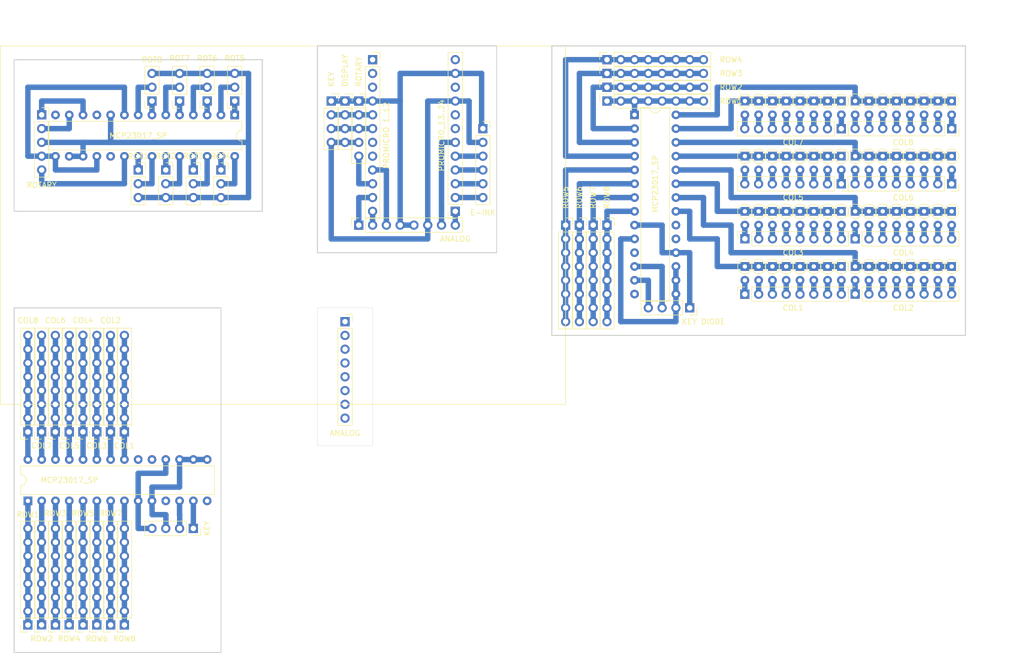
<source format=kicad_pcb>
(kicad_pcb (version 20211014) (generator pcbnew)

  (general
    (thickness 1.6)
  )

  (paper "A5")
  (title_block
    (title "CIMDIT")
    (date "2022-02-08")
    (rev "1.0")
    (comment 1 "@grumpydevelop@contentnation.net")
    (comment 2 "https://contentnation.net/en/grumpydevelop/cimdit_1")
  )

  (layers
    (0 "F.Cu" signal)
    (31 "B.Cu" signal)
    (32 "B.Adhes" user "B.Adhesive")
    (33 "F.Adhes" user "F.Adhesive")
    (34 "B.Paste" user)
    (35 "F.Paste" user)
    (36 "B.SilkS" user "B.Silkscreen")
    (37 "F.SilkS" user "F.Silkscreen")
    (38 "B.Mask" user)
    (39 "F.Mask" user)
    (40 "Dwgs.User" user "User.Drawings")
    (41 "Cmts.User" user "User.Comments")
    (42 "Eco1.User" user "User.Eco1")
    (43 "Eco2.User" user "User.Eco2")
    (44 "Edge.Cuts" user)
    (45 "Margin" user)
    (46 "B.CrtYd" user "B.Courtyard")
    (47 "F.CrtYd" user "F.Courtyard")
    (48 "B.Fab" user)
    (49 "F.Fab" user)
  )

  (setup
    (stackup
      (layer "F.SilkS" (type "Top Silk Screen"))
      (layer "F.Paste" (type "Top Solder Paste"))
      (layer "F.Mask" (type "Top Solder Mask") (thickness 0.01))
      (layer "F.Cu" (type "copper") (thickness 0.035))
      (layer "dielectric 1" (type "core") (thickness 1.51) (material "FR4") (epsilon_r 4.5) (loss_tangent 0.02))
      (layer "B.Cu" (type "copper") (thickness 0.035))
      (layer "B.Mask" (type "Bottom Solder Mask") (thickness 0.01))
      (layer "B.Paste" (type "Bottom Solder Paste"))
      (layer "B.SilkS" (type "Bottom Silk Screen"))
      (copper_finish "None")
      (dielectric_constraints no)
    )
    (pad_to_mask_clearance 0)
    (pcbplotparams
      (layerselection 0x00010fc_ffffffff)
      (disableapertmacros false)
      (usegerberextensions false)
      (usegerberattributes true)
      (usegerberadvancedattributes true)
      (creategerberjobfile true)
      (svguseinch false)
      (svgprecision 6)
      (excludeedgelayer true)
      (plotframeref false)
      (viasonmask false)
      (mode 1)
      (useauxorigin false)
      (hpglpennumber 1)
      (hpglpenspeed 20)
      (hpglpendiameter 15.000000)
      (dxfpolygonmode true)
      (dxfimperialunits true)
      (dxfusepcbnewfont true)
      (psnegative false)
      (psa4output false)
      (plotreference false)
      (plotvalue true)
      (plotinvisibletext false)
      (sketchpadsonfab false)
      (subtractmaskfromsilk false)
      (outputformat 5)
      (mirror false)
      (drillshape 2)
      (scaleselection 1)
      (outputdirectory "out/")
    )
  )

  (net 0 "")
  (net 1 "GND")
  (net 2 "+5V")
  (net 3 "/I2C_DATA")
  (net 4 "/I2C_CLOCK")
  (net 5 "unconnected-(U2-Pad11)")
  (net 6 "unconnected-(U2-Pad14)")
  (net 7 "unconnected-(U2-Pad19)")
  (net 8 "unconnected-(U2-Pad20)")
  (net 9 "/ANALOG_MUX2")
  (net 10 "/ANALOG_MUX1")
  (net 11 "/ANALOG_MUX0")
  (net 12 "/Rotary Encoder/I2C_CLOCK_ROT")
  (net 13 "/Rotary Encoder/I2C_DATA_ROT")
  (net 14 "/Rotary Encoder/GND_ROT")
  (net 15 "/Rotary Encoder/+5V_ROT")
  (net 16 "/Rotary Encoder/INT_ROT")
  (net 17 "Net-(DKD1-Pad1)")
  (net 18 "unconnected-(U3-Pad19)")
  (net 19 "/SCLK")
  (net 20 "/MISO")
  (net 21 "/INT")
  (net 22 "unconnected-(U3-Pad11)")
  (net 23 "unconnected-(U3-Pad14)")
  (net 24 "Net-(DKD10-Pad1)")
  (net 25 "Net-(DKD11-Pad1)")
  (net 26 "Net-(DKD12-Pad1)")
  (net 27 "Net-(DKD13-Pad1)")
  (net 28 "Net-(DKD14-Pad1)")
  (net 29 "Net-(DKD15-Pad1)")
  (net 30 "/EINK_SEL")
  (net 31 "/ANALOG_MUX3")
  (net 32 "/MOSI")
  (net 33 "/ANALOG_IN")
  (net 34 "Net-(DKD16-Pad1)")
  (net 35 "/KeyMatrix Ext Diodes/I2C_DATA_KEY")
  (net 36 "/KeyMatrix Ext Diodes/I2C_CLOCK_KEY")
  (net 37 "/KeyMatrix Ext Diodes/GND_KEY")
  (net 38 "/KeyMatrix Ext Diodes/+5V_KEY")
  (net 39 "/Analog Multiplexer/ANALOG_MUX1")
  (net 40 "/Analog Multiplexer/ANALOG_MUX2")
  (net 41 "/Analog Multiplexer/ANALOG_MUX0")
  (net 42 "/Analog Multiplexer/GND_ANALOG")
  (net 43 "/Analog Multiplexer/+5V_ANALOG")
  (net 44 "/Analog Multiplexer/ANALOG_ENABLE")
  (net 45 "/Analog Multiplexer/ANALOG_OUT")
  (net 46 "/Analog Multiplexer/ANALOG_MUX3")
  (net 47 "Net-(JD4-Pad1)")
  (net 48 "Net-(JK1-Pad1)")
  (net 49 "Net-(JK2-Pad1)")
  (net 50 "Net-(JK3-Pad1)")
  (net 51 "Net-(JK4-Pad1)")
  (net 52 "Net-(JK5-Pad1)")
  (net 53 "unconnected-(U4-Pad19)")
  (net 54 "unconnected-(U4-Pad20)")
  (net 55 "unconnected-(U4-Pad11)")
  (net 56 "unconnected-(U4-Pad14)")
  (net 57 "Net-(JK6-Pad1)")
  (net 58 "Net-(JK7-Pad1)")
  (net 59 "Net-(JK8-Pad1)")
  (net 60 "Net-(JK11-Pad1)")
  (net 61 "Net-(JK12-Pad1)")
  (net 62 "Net-(JK13-Pad1)")
  (net 63 "Net-(JK14-Pad1)")
  (net 64 "Net-(JK15-Pad1)")
  (net 65 "Net-(JK16-Pad1)")
  (net 66 "Net-(JK17-Pad1)")
  (net 67 "Net-(JK18-Pad1)")
  (net 68 "Net-(JKD1-Pad1)")
  (net 69 "Net-(JKD2-Pad1)")
  (net 70 "Net-(JKD3-Pad1)")
  (net 71 "Net-(JKD5-Pad1)")
  (net 72 "Net-(JKD6-Pad1)")
  (net 73 "Net-(JKD7-Pad1)")
  (net 74 "Net-(JKD8-Pad1)")
  (net 75 "Net-(JR1-Pad1)")
  (net 76 "Net-(JR1-Pad2)")
  (net 77 "Net-(JR2-Pad1)")
  (net 78 "Net-(JR2-Pad2)")
  (net 79 "/Key Matrix Diode/+5V_KEY")
  (net 80 "/Key Matrix Diode/GND_KEY")
  (net 81 "/Key Matrix Diode/I2C_CLOCK_KEY")
  (net 82 "/Key Matrix Diode/I2C_DATA_KEY")
  (net 83 "Net-(DKD1-Pad2)")
  (net 84 "Net-(DKD9-Pad2)")
  (net 85 "Net-(DKD2-Pad2)")
  (net 86 "Net-(DKD10-Pad2)")
  (net 87 "Net-(DKD3-Pad2)")
  (net 88 "Net-(DKD11-Pad2)")
  (net 89 "Net-(DKD4-Pad2)")
  (net 90 "Net-(DKD12-Pad2)")
  (net 91 "Net-(DKD5-Pad2)")
  (net 92 "Net-(DKD13-Pad2)")
  (net 93 "Net-(DKD6-Pad2)")
  (net 94 "Net-(DKD14-Pad2)")
  (net 95 "Net-(DKD7-Pad2)")
  (net 96 "Net-(DKD15-Pad2)")
  (net 97 "Net-(DKD8-Pad2)")
  (net 98 "Net-(DKD16-Pad2)")
  (net 99 "Net-(JR5-Pad1)")
  (net 100 "Net-(JR5-Pad2)")
  (net 101 "Net-(JR3-Pad1)")
  (net 102 "Net-(JR3-Pad2)")
  (net 103 "Net-(DKD17-Pad2)")
  (net 104 "Net-(DKD18-Pad2)")
  (net 105 "Net-(DKD19-Pad2)")
  (net 106 "Net-(DKD20-Pad2)")
  (net 107 "Net-(DKD21-Pad2)")
  (net 108 "Net-(DKD22-Pad2)")
  (net 109 "Net-(DKD23-Pad2)")
  (net 110 "Net-(DKD24-Pad2)")
  (net 111 "Net-(DKD25-Pad2)")
  (net 112 "Net-(DKD26-Pad2)")
  (net 113 "Net-(DKD27-Pad2)")
  (net 114 "Net-(DKD28-Pad2)")
  (net 115 "Net-(DKD29-Pad2)")
  (net 116 "Net-(DKD30-Pad2)")
  (net 117 "Net-(DKD31-Pad2)")
  (net 118 "Net-(DKD32-Pad2)")
  (net 119 "Net-(DKD33-Pad2)")
  (net 120 "Net-(DKD34-Pad2)")
  (net 121 "Net-(DKD35-Pad2)")
  (net 122 "Net-(DKD36-Pad2)")
  (net 123 "Net-(DKD37-Pad2)")
  (net 124 "Net-(DKD38-Pad2)")
  (net 125 "Net-(DKD39-Pad2)")
  (net 126 "Net-(DKD40-Pad2)")
  (net 127 "Net-(DKD41-Pad2)")
  (net 128 "Net-(DKD42-Pad2)")
  (net 129 "Net-(DKD43-Pad2)")
  (net 130 "Net-(DKD44-Pad2)")
  (net 131 "Net-(DKD45-Pad2)")
  (net 132 "Net-(DKD46-Pad2)")
  (net 133 "Net-(DKD47-Pad2)")
  (net 134 "Net-(DKD48-Pad2)")
  (net 135 "Net-(DKD49-Pad2)")
  (net 136 "Net-(DKD50-Pad2)")
  (net 137 "Net-(DKD51-Pad2)")
  (net 138 "Net-(DKD52-Pad2)")
  (net 139 "Net-(DKD53-Pad2)")
  (net 140 "Net-(DKD54-Pad2)")
  (net 141 "Net-(DKD55-Pad2)")
  (net 142 "Net-(DKD56-Pad2)")
  (net 143 "Net-(DKD57-Pad2)")
  (net 144 "Net-(DKD58-Pad2)")
  (net 145 "Net-(DKD59-Pad2)")
  (net 146 "Net-(DKD60-Pad2)")
  (net 147 "Net-(DKD61-Pad2)")
  (net 148 "Net-(DKD62-Pad2)")
  (net 149 "Net-(DKD63-Pad2)")
  (net 150 "Net-(DKD64-Pad2)")
  (net 151 "Net-(JR4-Pad1)")
  (net 152 "Net-(JR4-Pad2)")
  (net 153 "Net-(JR6-Pad1)")
  (net 154 "Net-(JR6-Pad2)")
  (net 155 "Net-(JR7-Pad1)")
  (net 156 "Net-(JR7-Pad2)")
  (net 157 "Net-(JR8-Pad1)")
  (net 158 "Net-(JR8-Pad2)")
  (net 159 "unconnected-(J100-Pad1)")
  (net 160 "unconnected-(J100-Pad2)")
  (net 161 "unconnected-(J100-Pad3)")
  (net 162 "unconnected-(J100-Pad7)")
  (net 163 "unconnected-(J100-Pad8)")
  (net 164 "unconnected-(J101-Pad7)")
  (net 165 "unconnected-(J101-Pad8)")
  (net 166 "unconnected-(J101-Pad10)")
  (net 167 "unconnected-(J101-Pad12)")

  (footprint "Connector_PinSocket_2.54mm:PinSocket_1x04_P2.54mm_Vertical" (layer "F.Cu") (at 45.72 111.76 -90))

  (footprint "Connector_PinSocket_2.54mm:PinSocket_1x04_P2.54mm_Vertical" (layer "F.Cu") (at 137.16 71.12 -90))

  (footprint "Connector_PinSocket_2.54mm:PinSocket_1x08_P2.54mm_Vertical" (layer "F.Cu") (at 76.2 55.88 90))

  (footprint "Connector_PinSocket_2.54mm:PinSocket_1x06_P2.54mm_Vertical" (layer "F.Cu") (at 99.06 38.1))

  (footprint "Connector_PinSocket_2.54mm:PinSocket_1x04_P2.54mm_Vertical" (layer "F.Cu") (at 71.12 33.02))

  (footprint "Connector_PinSocket_2.54mm:PinSocket_1x05_P2.54mm_Vertical" (layer "F.Cu") (at 76.2 33.02))

  (footprint "Connector_PinSocket_2.54mm:PinSocket_1x04_P2.54mm_Vertical" (layer "F.Cu") (at 73.66 33.02))

  (footprint "Diode_THT:D_DO-35_SOD27_P2.54mm_Vertical_AnodeUp" (layer "F.Cu") (at 149.86 43.18 -90))

  (footprint "Connector_PinSocket_2.54mm:PinSocket_1x08_P2.54mm_Vertical" (layer "F.Cu") (at 114.3 55.88))

  (footprint "Diode_THT:D_DO-35_SOD27_P2.54mm_Vertical_AnodeUp" (layer "F.Cu") (at 160.02 53.34 -90))

  (footprint "Diode_THT:D_DO-35_SOD27_P2.54mm_Vertical_AnodeUp" (layer "F.Cu") (at 152.4 63.5 -90))

  (footprint "Connector_PinSocket_2.54mm:PinSocket_1x05_P2.54mm_Vertical" (layer "F.Cu") (at 17.78 35.56))

  (footprint "Connector_PinSocket_2.54mm:PinSocket_1x08_P2.54mm_Vertical" (layer "F.Cu") (at 15.24 93.98 180))

  (footprint "Diode_THT:D_DO-35_SOD27_P2.54mm_Vertical_AnodeUp" (layer "F.Cu") (at 185.42 53.34 -90))

  (footprint "Package_DIP:DIP-28_W7.62mm" (layer "F.Cu") (at 127 35.56))

  (footprint "Connector_PinSocket_2.54mm:PinSocket_1x08_P2.54mm_Vertical" (layer "F.Cu") (at 121.92 25.4 90))

  (footprint "Diode_THT:D_DO-35_SOD27_P2.54mm_Vertical_AnodeUp" (layer "F.Cu") (at 180.34 53.34 -90))

  (footprint "Diode_THT:D_DO-35_SOD27_P2.54mm_Vertical_AnodeUp" (layer "F.Cu") (at 180.34 43.18 -90))

  (footprint "Package_DIP:DIP-28_W7.62mm" (layer "F.Cu") (at 53.34 35.585 -90))

  (footprint "Connector_PinSocket_2.54mm:PinSocket_1x08_P2.54mm_Vertical" (layer "F.Cu") (at 20.32 129.54 180))

  (footprint "Diode_THT:D_DO-35_SOD27_P2.54mm_Vertical_AnodeUp" (layer "F.Cu") (at 149.86 33.02 -90))

  (footprint "Diode_THT:D_DO-35_SOD27_P2.54mm_Vertical_AnodeUp" (layer "F.Cu") (at 160.02 43.18 -90))

  (footprint "Connector_PinSocket_2.54mm:PinSocket_1x08_P2.54mm_Vertical" (layer "F.Cu") (at 33.02 129.54 180))

  (footprint "Diode_THT:D_DO-35_SOD27_P2.54mm_Vertical_AnodeUp" (layer "F.Cu") (at 175.26 33.02 -90))

  (footprint "Diode_THT:D_DO-35_SOD27_P2.54mm_Vertical_AnodeUp" (layer "F.Cu") (at 177.8 33.02 -90))

  (footprint "Connector_PinSocket_2.54mm:PinSocket_1x08_P2.54mm_Vertical" (layer "F.Cu") (at 147.32 68.605 90))

  (footprint "Diode_THT:D_DO-35_SOD27_P2.54mm_Vertical_AnodeUp" (layer "F.Cu") (at 162.56 63.5 -90))

  (footprint "Connector_PinSocket_2.54mm:PinSocket_1x08_P2.54mm_Vertical" (layer "F.Cu") (at 30.48 129.54 180))

  (footprint "Diode_THT:D_DO-35_SOD27_P2.54mm_Vertical_AnodeUp" (layer "F.Cu") (at 180.34 33.02 -90))

  (footprint "Diode_THT:D_DO-35_SOD27_P2.54mm_Vertical_AnodeUp" (layer "F.Cu") (at 154.94 43.18 -90))

  (footprint "Diode_THT:D_DO-35_SOD27_P2.54mm_Vertical_AnodeUp" (layer "F.Cu") (at 149.86 53.34 -90))

  (footprint "Diode_THT:D_DO-35_SOD27_P2.54mm_Vertical_AnodeUp" (layer "F.Cu") (at 165.1 63.5 -90))

  (footprint "Diode_THT:D_DO-35_SOD27_P2.54mm_Vertical_AnodeUp" (layer "F.Cu") (at 177.8 63.5 -90))

  (footprint "Diode_THT:D_DO-35_SOD27_P2.54mm_Vertical_AnodeUp" (layer "F.Cu") (at 182.88 63.5 -90))

  (footprint "Connector_PinSocket_2.54mm:PinSocket_1x08_P2.54mm_Vertical" (layer "F.Cu") (at 167.64 58.42 90))

  (footprint "Diode_THT:D_DO-35_SOD27_P2.54mm_Vertical_AnodeUp" (layer "F.Cu") (at 157.48 33.02 -90))

  (footprint "Diode_THT:D_DO-35_SOD27_P2.54mm_Vertical_AnodeUp" (layer "F.Cu") (at 165.1 53.34 -90))

  (footprint "Connector_PinSocket_2.54mm:PinSocket_1x08_P2.54mm_Vertical" (layer "F.Cu") (at 185.42 38.1 -90))

  (footprint "Diode_THT:D_DO-35_SOD27_P2.54mm_Vertical_AnodeUp" (layer "F.Cu") (at 172.72 43.18 -90))

  (footprint "Connector_PinSocket_2.54mm:PinSocket_1x08_P2.54mm_Vertical" (layer "F.Cu") (at 121.92 30.48 90))

  (footprint "Connector_PinSocket_2.54mm:PinSocket_1x08_P2.54mm_Vertical" (layer "F.Cu") (at 22.835 129.525 180))

  (footprint "Connector_PinSocket_2.54mm:PinSocket_1x03_P2.54mm_Vertical" (layer "F.Cu") (at 40.64 45.72))

  (footprint "Diode_THT:D_DO-35_SOD27_P2.54mm_Vertical_AnodeUp" (layer "F.Cu") (at 180.34 63.5 -90))

  (footprint "Diode_THT:D_DO-35_SOD27_P2.54mm_Vertical_AnodeUp" (layer "F.Cu") (at 162.56 43.18 -90))

  (footprint "Connector_PinSocket_2.54mm:PinSocket_1x08_P2.54mm_Vertical" (layer "F.Cu") (at 20.295 93.98 180))

  (footprint "Connector_PinSocket_2.54mm:PinSocket_1x03_P2.54mm_Vertical" (layer "F.Cu") (at 38.1 33.02 180))

  (footprint "Diode_THT:D_DO-35_SOD27_P2.54mm_Vertical_AnodeUp" (layer "F.Cu") (at 182.88 43.18 -90))

  (footprint "Connector_PinSocket_2.54mm:PinSocket_1x08_P2.54mm_Vertical" (layer "F.Cu")
    (tedit 5A19A420) (tstamp 5299b0fb-f74d-4e79-b7d7-40687e8d5bd3)
    (at 25.375 93.965 180)
    (descr "Through hole straight socket strip, 1x08, 2.54mm pitch, single row (from Kicad 4.0.7), script generated")
    (tags "Through hole socket strip THT 1x08 2.54mm single row")
    (property "Sheetfile" "keymatrix_extdiode.kicad_sch")
    (property "Sheetname" "KeyMatrix Ext Diodes")
    (path "/7a807cd9-4b53-4d34-8616-454af4054d6a/ab4f2aaf-c08d-4b11-a37d-319ce4b9b7d7")
    (attr through_hole)
    (fp_text reference "JK14" (at 0 -2.77) (layer "F.SilkS") hide
      (effects (font (size 1 1) (thickness 0.15)))
      (tstamp 8e30a1e0-3916-490f-a7d0-169d613b5bda)
    )
    (fp_text value "COL4" (at 0 20.55) (layer "F.SilkS")
      (effects (font (size 1 1) (thickness 0.15)))
      (tstamp c2eaf71b-2d04-43b1-a52f-d59a7a480dea)
    )
    (fp_text user "${REFERENCE}" (at 0 8.89 90) (layer "F.Fab") hide
      (effects (font (size 1 1) (thickness 0.15)))
      (tstamp 61263771-a8e1-487c-9d7e-34afacb6d74d)
    )
    (fp_line (start -1.33 19.11) (end 1.33 19.11) (layer "F.SilkS") (width 0.12) (tstamp 33510bdc-9a8a-459b-a53b-229d3c7e48a0))
    (fp_line (start -1.33 1.27) (end -1.33 19.11) (layer "F.SilkS") (width 0.12) (tstamp 66569666-594f-4046-aefd-dc898a9ec9da))
    (fp_line (start 0 -1.33) (end 1.33 -1.33) (layer "F.SilkS") (width 0.12) (tstamp 68c754ab-66cf-4170-934d-8f56f71792e9))
    (fp_line (start 1.33 -1.33) (end 1.33 0) (layer "F.SilkS") (width 0.12) (tstamp 7488179b-fabc-4964-915a-5cad2181a652))
    (fp_line (start 1.33 1.27) (end 1.33 19.11) (layer "F.SilkS") (width 0.12) (tstamp 8d7fa8bf-f617-47c9-9946-7d6216f7e8c8))
    (fp_line (start -1.33 1.27)
... [324483 chars truncated]
</source>
